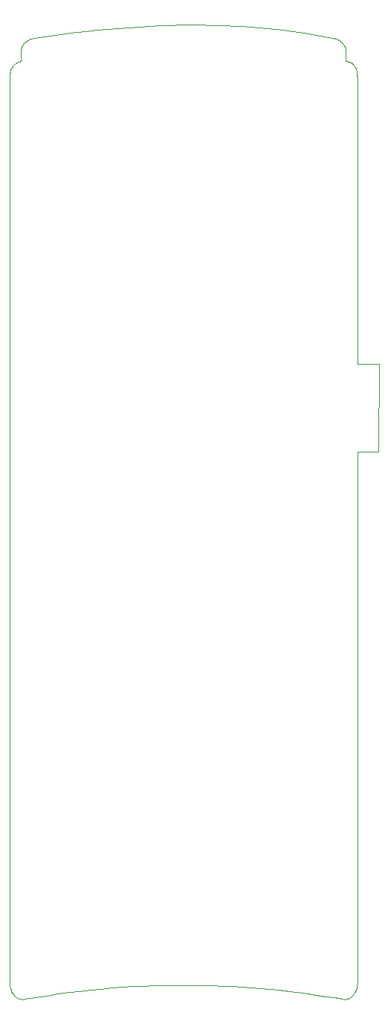
<source format=gbr>
%TF.GenerationSoftware,KiCad,Pcbnew,(5.99.0-9526-g5c17ff0595)*%
%TF.CreationDate,2021-07-10T23:40:14-05:00*%
%TF.ProjectId,18650Battery,31383635-3042-4617-9474-6572792e6b69,rev?*%
%TF.SameCoordinates,Original*%
%TF.FileFunction,Profile,NP*%
%FSLAX46Y46*%
G04 Gerber Fmt 4.6, Leading zero omitted, Abs format (unit mm)*
G04 Created by KiCad (PCBNEW (5.99.0-9526-g5c17ff0595)) date 2021-07-10 23:40:14*
%MOMM*%
%LPD*%
G01*
G04 APERTURE LIST*
%TA.AperFunction,Profile*%
%ADD10C,0.100000*%
%TD*%
G04 APERTURE END LIST*
D10*
X137847100Y-45299160D02*
X136653300Y-45295130D01*
X136653300Y-45295130D02*
X135460300Y-45305930D01*
X135460300Y-45305930D02*
X134267800Y-45331130D01*
X134267800Y-45331130D02*
X133075900Y-45370300D01*
X133075900Y-45370300D02*
X131884700Y-45422990D01*
X131884700Y-45422990D02*
X130694000Y-45488780D01*
X130694000Y-45488780D02*
X129503900Y-45567210D01*
X129503900Y-45567210D02*
X128314200Y-45657830D01*
X128314200Y-45657830D02*
X127125200Y-45760220D01*
X127125200Y-45760220D02*
X125936500Y-45873910D01*
X125936500Y-45873910D02*
X124748400Y-45998490D01*
X124748400Y-45998490D02*
X123560700Y-46133500D01*
X123560700Y-46133500D02*
X122373500Y-46278490D01*
X122373500Y-46278490D02*
X121186700Y-46433020D01*
X121186700Y-46433020D02*
X120000300Y-46596690D01*
X120000300Y-46596690D02*
X118814200Y-46769030D01*
X118814200Y-46769030D02*
X118657400Y-46798400D01*
X118657400Y-46798400D02*
X118505000Y-46839130D01*
X118505000Y-46839130D02*
X118357600Y-46890940D01*
X118357600Y-46890940D02*
X118216200Y-46953530D01*
X118216200Y-46953530D02*
X118081600Y-47026630D01*
X118081600Y-47026630D02*
X117954400Y-47110000D01*
X117954400Y-47110000D02*
X117835600Y-47203310D01*
X117835600Y-47203310D02*
X117725800Y-47306320D01*
X117725800Y-47306320D02*
X117626000Y-47418740D01*
X117626000Y-47418740D02*
X117537000Y-47540280D01*
X117537000Y-47540280D02*
X117459400Y-47670700D01*
X117459400Y-47670700D02*
X117394100Y-47809700D01*
X117394100Y-47809700D02*
X117342000Y-47957000D01*
X117342000Y-47957000D02*
X117303800Y-48112300D01*
X117303800Y-48112300D02*
X117290100Y-48192900D01*
X117290100Y-48192900D02*
X117280200Y-48275400D01*
X117280200Y-48275400D02*
X117274200Y-48359800D01*
X117274200Y-48359800D02*
X117272200Y-48446000D01*
X117272200Y-48446000D02*
X117272200Y-49454100D01*
X117272200Y-49454100D02*
X117108900Y-49485000D01*
X117108900Y-49485000D02*
X116957900Y-49527900D01*
X116957900Y-49527900D02*
X116819100Y-49582500D01*
X116819100Y-49582500D02*
X116692100Y-49648400D01*
X116692100Y-49648400D02*
X116576700Y-49725400D01*
X116576700Y-49725400D02*
X116472700Y-49813100D01*
X116472700Y-49813100D02*
X116379800Y-49911400D01*
X116379800Y-49911400D02*
X116297700Y-50019800D01*
X116297700Y-50019800D02*
X116226200Y-50138200D01*
X116226200Y-50138200D02*
X116165100Y-50266200D01*
X116165100Y-50266200D02*
X116114000Y-50403500D01*
X116114000Y-50403500D02*
X116072800Y-50549800D01*
X116072800Y-50549800D02*
X116041300Y-50704900D01*
X116041300Y-50704900D02*
X116019000Y-50868400D01*
X116019000Y-50868400D02*
X116005800Y-51040000D01*
X116005800Y-51040000D02*
X116001500Y-51219600D01*
X116001500Y-51219600D02*
X116001500Y-154370000D01*
X116001500Y-154370000D02*
X116003700Y-154461000D01*
X116003700Y-154461000D02*
X116010100Y-154552000D01*
X116010100Y-154552000D02*
X116020700Y-154643000D01*
X116020700Y-154643000D02*
X116035400Y-154733000D01*
X116035400Y-154733000D02*
X116054000Y-154822000D01*
X116054000Y-154822000D02*
X116076400Y-154909000D01*
X116076400Y-154909000D02*
X116132300Y-155080000D01*
X116132300Y-155080000D02*
X116202300Y-155244000D01*
X116202300Y-155244000D02*
X116285400Y-155399000D01*
X116285400Y-155399000D02*
X116380800Y-155545000D01*
X116380800Y-155545000D02*
X116432800Y-155613000D01*
X116432800Y-155613000D02*
X116487600Y-155678000D01*
X116487600Y-155678000D02*
X116545100Y-155740000D01*
X116545100Y-155740000D02*
X116605000Y-155798000D01*
X116605000Y-155798000D02*
X116667400Y-155853000D01*
X116667400Y-155853000D02*
X116732100Y-155903000D01*
X116732100Y-155903000D02*
X116799000Y-155950000D01*
X116799000Y-155950000D02*
X116868000Y-155992000D01*
X116868000Y-155992000D02*
X116939000Y-156030000D01*
X116939000Y-156030000D02*
X117011900Y-156063000D01*
X117011900Y-156063000D02*
X117086500Y-156091000D01*
X117086500Y-156091000D02*
X117162800Y-156114000D01*
X117162800Y-156114000D02*
X117240700Y-156132000D01*
X117240700Y-156132000D02*
X117320000Y-156144000D01*
X117320000Y-156144000D02*
X117400600Y-156151000D01*
X117400600Y-156151000D02*
X117482500Y-156152000D01*
X117482500Y-156152000D02*
X117565500Y-156147000D01*
X117565500Y-156147000D02*
X117649500Y-156135000D01*
X117649500Y-156135000D02*
X118933200Y-155919000D01*
X118933200Y-155919000D02*
X120205100Y-155720000D01*
X120205100Y-155720000D02*
X121465500Y-155537000D01*
X121465500Y-155537000D02*
X122714500Y-155371000D01*
X122714500Y-155371000D02*
X123952500Y-155221000D01*
X123952500Y-155221000D02*
X125179500Y-155086000D01*
X125179500Y-155086000D02*
X126395900Y-154967000D01*
X126395900Y-154967000D02*
X127601700Y-154863000D01*
X127601700Y-154863000D02*
X128797300Y-154774000D01*
X128797300Y-154774000D02*
X129982800Y-154700000D01*
X129982800Y-154700000D02*
X131158300Y-154639000D01*
X131158300Y-154639000D02*
X132324300Y-154593000D01*
X132324300Y-154593000D02*
X133480700Y-154561000D01*
X133480700Y-154561000D02*
X134628000Y-154541000D01*
X134628000Y-154541000D02*
X135766200Y-154534000D01*
X135766200Y-154534000D02*
X136895500Y-154541000D01*
X136895500Y-154541000D02*
X138016200Y-154560000D01*
X138016200Y-154560000D02*
X139128500Y-154592000D01*
X139128500Y-154592000D02*
X140232600Y-154634000D01*
X140232600Y-154634000D02*
X141328500Y-154689000D01*
X141328500Y-154689000D02*
X142416800Y-154755000D01*
X142416800Y-154755000D02*
X143497600Y-154831000D01*
X143497600Y-154831000D02*
X144570700Y-154919000D01*
X144570700Y-154919000D02*
X145637000Y-155016000D01*
X145637000Y-155016000D02*
X146696100Y-155124000D01*
X146696100Y-155124000D02*
X147748400Y-155242000D01*
X147748400Y-155242000D02*
X148794300Y-155369000D01*
X148794300Y-155369000D02*
X149833600Y-155505000D01*
X149833600Y-155505000D02*
X150867000Y-155650000D01*
X150867000Y-155650000D02*
X151894100Y-155804000D01*
X151894100Y-155804000D02*
X152916000Y-155965000D01*
X152916000Y-155965000D02*
X153932000Y-156135000D01*
X153932000Y-156135000D02*
X154016100Y-156147000D01*
X154016100Y-156147000D02*
X154099200Y-156152000D01*
X154099200Y-156152000D02*
X154180900Y-156151000D01*
X154180900Y-156151000D02*
X154261600Y-156144000D01*
X154261600Y-156144000D02*
X154341000Y-156131000D01*
X154341000Y-156131000D02*
X154418800Y-156113000D01*
X154418800Y-156113000D02*
X154495300Y-156090000D01*
X154495300Y-156090000D02*
X154569900Y-156062000D01*
X154569900Y-156062000D02*
X154642600Y-156029000D01*
X154642600Y-156029000D02*
X154713500Y-155991000D01*
X154713500Y-155991000D02*
X154782600Y-155949000D01*
X154782600Y-155949000D02*
X154849500Y-155902000D01*
X154849500Y-155902000D02*
X154914400Y-155852000D01*
X154914400Y-155852000D02*
X154976500Y-155797000D01*
X154976500Y-155797000D02*
X155036600Y-155739000D01*
X155036600Y-155739000D02*
X155094000Y-155677000D01*
X155094000Y-155677000D02*
X155148800Y-155612000D01*
X155148800Y-155612000D02*
X155200900Y-155544000D01*
X155200900Y-155544000D02*
X155296100Y-155399000D01*
X155296100Y-155399000D02*
X155379200Y-155244000D01*
X155379200Y-155244000D02*
X155449300Y-155080000D01*
X155449300Y-155080000D02*
X155505200Y-154909000D01*
X155505200Y-154909000D02*
X155527700Y-154822000D01*
X155527700Y-154822000D02*
X155546200Y-154733000D01*
X155546200Y-154733000D02*
X155560700Y-154643000D01*
X155560700Y-154643000D02*
X155571300Y-154553000D01*
X155571300Y-154553000D02*
X155577900Y-154462000D01*
X155577900Y-154462000D02*
X155580000Y-154370000D01*
X155580000Y-154370000D02*
X155580000Y-93907400D01*
X155580000Y-93907400D02*
X155580000Y-93880200D01*
X155580000Y-93880200D02*
X158032700Y-93840000D01*
X158032700Y-93840000D02*
X158042500Y-83874000D01*
X158042500Y-83874000D02*
X155580000Y-83901200D01*
X155580000Y-83901200D02*
X155580000Y-51219600D01*
X155580000Y-51219600D02*
X155575500Y-51040000D01*
X155575500Y-51040000D02*
X155561800Y-50868100D01*
X155561800Y-50868100D02*
X155538500Y-50704200D01*
X155538500Y-50704200D02*
X155505900Y-50548500D01*
X155505900Y-50548500D02*
X155463600Y-50401300D01*
X155463600Y-50401300D02*
X155411200Y-50262700D01*
X155411200Y-50262700D02*
X155348800Y-50133100D01*
X155348800Y-50133100D02*
X155275800Y-50012700D01*
X155275800Y-50012700D02*
X155192400Y-49901700D01*
X155192400Y-49901700D02*
X155098200Y-49800400D01*
X155098200Y-49800400D02*
X154993500Y-49709000D01*
X154993500Y-49709000D02*
X154877300Y-49627800D01*
X154877300Y-49627800D02*
X154749800Y-49556900D01*
X154749800Y-49556900D02*
X154610900Y-49496700D01*
X154610900Y-49496700D02*
X154460300Y-49447400D01*
X154460300Y-49447400D02*
X154297900Y-49409200D01*
X154297900Y-49409200D02*
X154307900Y-48891600D01*
X154307900Y-48891600D02*
X154306000Y-48445900D01*
X154306000Y-48445900D02*
X154304100Y-48359900D01*
X154304100Y-48359900D02*
X154298000Y-48275800D01*
X154298000Y-48275800D02*
X154288000Y-48193800D01*
X154288000Y-48193800D02*
X154274200Y-48113900D01*
X154274200Y-48113900D02*
X154256800Y-48036100D01*
X154256800Y-48036100D02*
X154235900Y-47960300D01*
X154235900Y-47960300D02*
X154183500Y-47815100D01*
X154183500Y-47815100D02*
X154117900Y-47678500D01*
X154117900Y-47678500D02*
X154040100Y-47550520D01*
X154040100Y-47550520D02*
X153950700Y-47431270D01*
X153950700Y-47431270D02*
X153850700Y-47320860D01*
X153850700Y-47320860D02*
X153740600Y-47219420D01*
X153740600Y-47219420D02*
X153621800Y-47127040D01*
X153621800Y-47127040D02*
X153494500Y-47043840D01*
X153494500Y-47043840D02*
X153360100Y-46969890D01*
X153360100Y-46969890D02*
X153219100Y-46905350D01*
X153219100Y-46905350D02*
X153072300Y-46850270D01*
X153072300Y-46850270D02*
X152920400Y-46804810D01*
X152920400Y-46804810D02*
X152764500Y-46769040D01*
X152764500Y-46769040D02*
X151828400Y-46591760D01*
X151828400Y-46591760D02*
X150892900Y-46426850D01*
X150892900Y-46426850D02*
X149957800Y-46274070D01*
X149957800Y-46274070D02*
X149023600Y-46133220D01*
X149023600Y-46133220D02*
X148089600Y-46004140D01*
X148089600Y-46004140D02*
X147156200Y-45886560D01*
X147156200Y-45886560D02*
X146223000Y-45780290D01*
X146223000Y-45780290D02*
X145290600Y-45685140D01*
X145290600Y-45685140D02*
X144358500Y-45600890D01*
X144358500Y-45600890D02*
X143427100Y-45527340D01*
X143427100Y-45527340D02*
X142496100Y-45464300D01*
X142496100Y-45464300D02*
X141565300Y-45411520D01*
X141565300Y-45411520D02*
X140635300Y-45368830D01*
X140635300Y-45368830D02*
X139705500Y-45336010D01*
X139705500Y-45336010D02*
X138776000Y-45312850D01*
X138776000Y-45312850D02*
X137847100Y-45299160D01*
X137847100Y-45299160D02*
X137847100Y-45299160D01*
X137847100Y-45299160D02*
X137847100Y-45299160D01*
M02*

</source>
